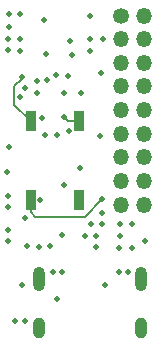
<source format=gbr>
%TF.GenerationSoftware,KiCad,Pcbnew,9.0.0*%
%TF.CreationDate,2025-06-10T15:00:40-04:00*%
%TF.ProjectId,aditBoard,61646974-426f-4617-9264-2e6b69636164,rev?*%
%TF.SameCoordinates,Original*%
%TF.FileFunction,Copper,L6,Bot*%
%TF.FilePolarity,Positive*%
%FSLAX46Y46*%
G04 Gerber Fmt 4.6, Leading zero omitted, Abs format (unit mm)*
G04 Created by KiCad (PCBNEW 9.0.0) date 2025-06-10 15:00:40*
%MOMM*%
%LPD*%
G01*
G04 APERTURE LIST*
%TA.AperFunction,SMDPad,CuDef*%
%ADD10R,0.900000X1.800000*%
%TD*%
%TA.AperFunction,ComponentPad*%
%ADD11C,1.350000*%
%TD*%
%TA.AperFunction,ComponentPad*%
%ADD12O,1.350000X1.350000*%
%TD*%
%TA.AperFunction,ComponentPad*%
%ADD13O,1.000000X2.100000*%
%TD*%
%TA.AperFunction,ComponentPad*%
%ADD14O,1.000000X1.800000*%
%TD*%
%TA.AperFunction,ViaPad*%
%ADD15C,0.500000*%
%TD*%
%TA.AperFunction,Conductor*%
%ADD16C,0.200000*%
%TD*%
G04 APERTURE END LIST*
D10*
%TO.P,SW3,1*%
%TO.N,Net-(U3-RUN)*%
X117015000Y-90625000D03*
%TO.P,SW3,2*%
%TO.N,/GND*%
X121125000Y-90625000D03*
%TD*%
%TO.P,SW2,1*%
%TO.N,Net-(R6-Pad2)*%
X117015000Y-97300000D03*
%TO.P,SW2,2*%
%TO.N,/GND*%
X121125000Y-97300000D03*
%TD*%
D11*
%TO.P,J2,1,Pin_1*%
%TO.N,/GND*%
X124635000Y-81725000D03*
D12*
%TO.P,J2,2,Pin_2*%
X126635000Y-81725000D03*
%TO.P,J2,3,Pin_3*%
%TO.N,/SDA*%
X124635000Y-83725000D03*
%TO.P,J2,4,Pin_4*%
%TO.N,/SCL*%
X126635000Y-83725000D03*
%TO.P,J2,5,Pin_5*%
%TO.N,/PLUG*%
X124635000Y-85725000D03*
%TO.P,J2,6,Pin_6*%
%TO.N,/A2*%
X126635000Y-85725000D03*
%TO.P,J2,7,Pin_7*%
%TO.N,/A1*%
X124635000Y-87725000D03*
%TO.P,J2,8,Pin_8*%
%TO.N,/A0*%
X126635000Y-87725000D03*
%TO.P,J2,9,Pin_9*%
%TO.N,/GND*%
X124635000Y-89725000D03*
%TO.P,J2,10,Pin_10*%
X126635000Y-89725000D03*
%TO.P,J2,11,Pin_11*%
%TO.N,/TXD*%
X124635000Y-91725000D03*
%TO.P,J2,12,Pin_12*%
%TO.N,/RXD*%
X126635000Y-91725000D03*
%TO.P,J2,13,Pin_13*%
%TO.N,/GND*%
X124635000Y-93725000D03*
%TO.P,J2,14,Pin_14*%
X126635000Y-93725000D03*
%TO.P,J2,15,Pin_15*%
%TO.N,/RST*%
X124635000Y-95725000D03*
%TO.P,J2,16,Pin_16*%
%TO.N,/3V3*%
X126635000Y-95725000D03*
%TO.P,J2,17,Pin_17*%
%TO.N,unconnected-(J2-Pin_17-Pad17)*%
X124635000Y-97725000D03*
%TO.P,J2,18,Pin_18*%
%TO.N,unconnected-(J2-Pin_18-Pad18)*%
X126635000Y-97725000D03*
%TD*%
D13*
%TO.P,J1,S1,SHIELD*%
%TO.N,/GND*%
X117755000Y-104000000D03*
D14*
X117755000Y-108180000D03*
D13*
X126395000Y-104000000D03*
D14*
X126395000Y-108180000D03*
%TD*%
D15*
%TO.N,/GND*%
X117850000Y-97350000D03*
%TO.N,/5V*%
X115675000Y-107600000D03*
%TO.N,/GND*%
X117700200Y-101280000D03*
X125292500Y-103450000D03*
X118875000Y-103425000D03*
%TO.N,/5V*%
X116750000Y-101200000D03*
X115100000Y-99875000D03*
X118650200Y-101202050D03*
X116525000Y-107600000D03*
%TO.N,Net-(U3-RUN)*%
X116275000Y-86925000D03*
X123150000Y-83675000D03*
%TO.N,/GND*%
X121025000Y-97100000D03*
%TO.N,Net-(R6-Pad2)*%
X123075000Y-97275000D03*
%TO.N,/GND*%
X126660000Y-100830000D03*
X114990000Y-94970000D03*
X116150000Y-83700000D03*
X118160000Y-82120000D03*
X117590000Y-88250000D03*
X122570000Y-101350000D03*
X119850000Y-90310000D03*
X120360000Y-83880000D03*
X115090000Y-97930000D03*
X115100000Y-100830000D03*
X122050000Y-83740000D03*
X123090000Y-98415000D03*
X115090000Y-83700000D03*
X122060000Y-81750000D03*
X125580000Y-99370000D03*
X115150000Y-81600000D03*
X117975000Y-90400000D03*
X119810000Y-88250000D03*
X115150000Y-82675000D03*
X121190000Y-94630000D03*
X125560000Y-101410000D03*
%TO.N,/3V3*%
X116150000Y-88650000D03*
X118260000Y-91790000D03*
X119150000Y-86725000D03*
X122930000Y-91930000D03*
X116525000Y-98850000D03*
X122570000Y-100390000D03*
X119870000Y-96070000D03*
X123090000Y-99375000D03*
X122050000Y-84700000D03*
X116160000Y-84700000D03*
X115090000Y-96970000D03*
X121300000Y-88300000D03*
X122090000Y-99405000D03*
X115220000Y-92830000D03*
X115090000Y-84660000D03*
%TO.N,/1V1*%
X116110000Y-81600000D03*
X119700000Y-100330000D03*
X121600000Y-100390000D03*
X119250000Y-91825000D03*
X118330000Y-84950000D03*
X118425000Y-87200000D03*
%TO.N,/5V*%
X124475000Y-103425000D03*
X119675000Y-103425000D03*
%TO.N,Net-(U1-DIN)*%
X116275000Y-104500000D03*
X120225000Y-91475000D03*
%TO.N,/A2*%
X124540000Y-101410000D03*
%TO.N,/A0*%
X124560000Y-99370000D03*
%TO.N,/A1*%
X124550000Y-100390000D03*
%TO.N,/SCL*%
X120170000Y-86820000D03*
%TO.N,/RST*%
X122990000Y-86600000D03*
%TO.N,/SDA*%
X120560000Y-85050000D03*
%TO.N,/SWCLK*%
X123325000Y-104500000D03*
X117550000Y-87300000D03*
%TO.N,/SWD*%
X119240000Y-105690000D03*
X116525000Y-87825000D03*
%TD*%
D16*
%TO.N,Net-(U3-RUN)*%
X115647400Y-89257400D02*
X117015000Y-90625000D01*
X116275000Y-87050000D02*
X115647400Y-87677600D01*
X115647400Y-87677600D02*
X115647400Y-89257400D01*
X116275000Y-86925000D02*
X116275000Y-87050000D01*
%TO.N,Net-(R6-Pad2)*%
X123075000Y-97275000D02*
X121600000Y-98750000D01*
X121600000Y-98750000D02*
X117375000Y-98750000D01*
X117375000Y-98750000D02*
X117015000Y-98390000D01*
X117015000Y-98390000D02*
X117015000Y-97300000D01*
%TO.N,/GND*%
X121125000Y-97200000D02*
X121025000Y-97100000D01*
X121125000Y-97300000D02*
X121125000Y-97200000D01*
X121125000Y-90625000D02*
X120165000Y-90625000D01*
X120165000Y-90625000D02*
X119850000Y-90310000D01*
%TD*%
M02*

</source>
